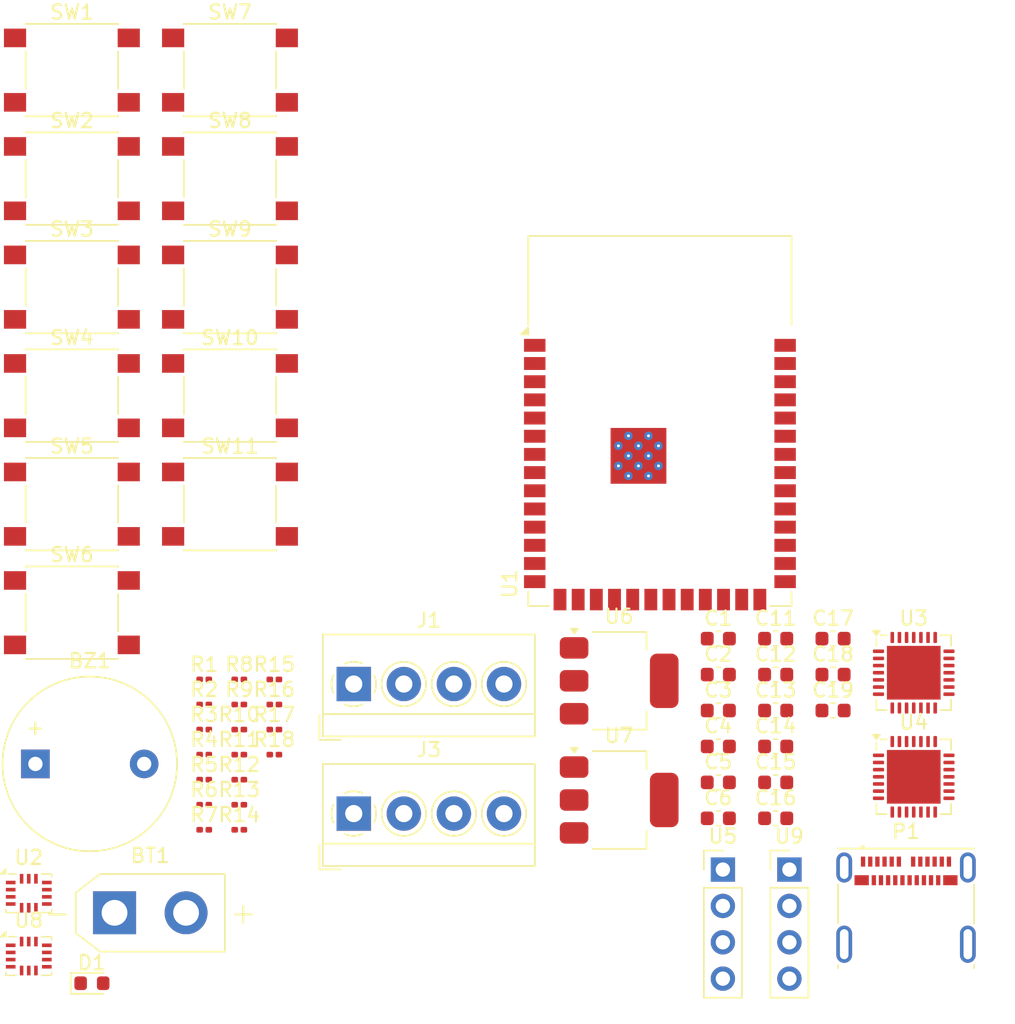
<source format=kicad_pcb>
(kicad_pcb (version 20240108) (generator "pcbnew") (generator_version "8.0")
  (layers (0 "F.Cu" signal) (31 "B.Cu" signal) (34 "B.Paste" user) (35 "F.Paste" user) (36 "B.SilkS" user "B.Silkscreen") (37 "F.SilkS" user "F.Silkscreen") (38 "B.Mask" user) (39 "F.Mask" user) (44 "Edge.Cuts" user))
  (net 0 "")
  (net 1 "Net-(BT1-+)")
  (net 2 "GND")
  (net 3 "/BUZZ")
  (net 4 "Net-(U3-VCP)")
  (net 5 "/BAT")
  (net 6 "Net-(U3-CPO)")
  (net 7 "Net-(U3-CPI)")
  (net 8 "Net-(U4-VCP)")
  (net 9 "Net-(U4-CPO)")
  (net 10 "Net-(U4-CPI)")
  (net 11 "/STEP_CURR")
  (net 12 "Net-(U1-EN)")
  (net 13 "Net-(U1-IO0)")
  (net 14 "VCC")
  (net 15 "Net-(U6-VI)")
  (net 16 "Net-(D1-A)")
  (net 17 "Net-(J1-Pin_3)")
  (net 18 "Net-(J1-Pin_4)")
  (net 19 "Net-(J1-Pin_2)")
  (net 20 "Net-(J1-Pin_1)")
  (net 21 "Net-(J3-Pin_1)")
  (net 22 "Net-(J3-Pin_4)")
  (net 23 "Net-(J3-Pin_2)")
  (net 24 "Net-(J3-Pin_3)")
  (net 25 "/D-")
  (net 27 "/D+")
  (net 29 "Net-(U1-IO47)")
  (net 30 "/STEP_L_UART")
  (net 31 "Net-(U1-TXD0)")
  (net 32 "/STEP_R_UART")
  (net 33 "Net-(U1-IO17)")
  (net 34 "/SDA")
  (net 35 "/SCL")
  (net 36 "Net-(U1-IO46)")
  (net 37 "/BTN1")
  (net 38 "/BTN2")
  (net 39 "/BTN3")
  (net 40 "/BTN4")
  (net 41 "/BTN5")
  (net 42 "/BTN6")
  (net 43 "/BTN7")
  (net 44 "/BTN8")
  (net 45 "/BTN9")
  (net 46 "/STATUS")
  (net 47 "/STEP_R_STEP")
  (net 48 "/~{STEP_EN}")
  (net 49 "/STEP_L_DIR")
  (net 50 "/SPREAD")
  (net 52 "/STEP_R_DIR")
  (net 53 "/STEP_L_DIAG")
  (net 56 "/STEP_L_STEP")
  (net 57 "/STEP_R_DIAG")
  (footprint "Package_LGA:Bosch_LGA-14_3x2.5mm_P0.5mm" (layer "F.Cu") (at -104.5478 107.7936)
    (property "Reference" "U2" (at 0 -2.5 0) (layer "F.SilkS"))
    (property "Value" "~")
    (pad "1" smd rect (at -1.2625 -0.75) (size 0.675 0.25) (layers "F.Cu" "F.Paste" "F.Mask") (net 14 "VCC"))
    (pad "2" smd rect (at -1.2625 -0.25) (size 0.675 0.25) (layers "F.Cu" "F.Paste" "F.Mask"))
    (pad "3" smd rect (at -1.2625 0.25) (size 0.675 0.25) (layers "F.Cu" "F.Paste" "F.Mask"))
    (pad "4" smd rect (at -1.2625 0.75) (size 0.675 0.25) (layers "F.Cu" "F.Paste" "F.Mask"))
    (pad "5" smd rect (at -0.5 1.0125) (size 0.25 0.675) (layers "F.Cu" "F.Paste" "F.Mask") (net 14 "VCC"))
    (pad "6" smd rect (at 0 1.0125) (size 0.25 0.675) (layers "F.Cu" "F.Paste" "F.Mask") (net 2 "GND"))
    (pad "7" smd rect (at 0.5 1.0125) (size 0.25 0.675) (layers "F.Cu" "F.Paste" "F.Mask") (net 2 "GND"))
    (pad "8" smd rect (at 1.2625 0.75) (size 0.675 0.25) (layers "F.Cu" "F.Paste" "F.Mask") (net 14 "VCC"))
    (pad "9" smd rect (at 1.2625 0.25) (size 0.675 0.25) (layers "F.Cu" "F.Paste" "F.Mask"))
    (pad "10" smd rect (at 1.2625 -0.25) (size 0.675 0.25) (layers "F.Cu" "F.Paste" "F.Mask"))
    (pad "11" smd rect (at 1.2625 -0.75) (size 0.675 0.25) (layers "F.Cu" "F.Paste" "F.Mask"))
    (pad "12" smd rect (at 0.5 -1.0125) (size 0.25 0.675) (layers "F.Cu" "F.Paste" "F.Mask") (net 14 "VCC"))
    (pad "13" smd rect (at 0 -1.0125) (size 0.25 0.675) (layers "F.Cu" "F.Paste" "F.Mask") (net 35 "/SCL"))
    (pad "14" smd rect (at -0.5 -1.0125) (size 0.25 0.675) (layers "F.Cu" "F.Paste" "F.Mask") (net 34 "/SDA"))
  )
  (footprint "Capacitor_SMD:C_0603_1608Metric" (layer "F.Cu") (at -52.3428 95.0286)
    (property "Reference" "C13" (at 0 -1.43 0) (layer "F.SilkS"))
    (property "Value" "10u")
    (pad "1" smd roundrect (at -0.775 0) (size 0.9 0.95) (layers "F.Cu" "F.Paste" "F.Mask") (net 15 "Net-(U6-VI)"))
    (pad "2" smd roundrect (at 0.775 0) (size 0.9 0.95) (layers "F.Cu" "F.Paste" "F.Mask") (net 2 "GND"))
  )
  (footprint "Resistor_SMD:R_0201_0603Metric" (layer "F.Cu") (at -89.8328 103.3586)
    (property "Reference" "R14" (at 0 -1.05 0) (layer "F.SilkS"))
    (property "Value" "1k")
    (pad "1" smd roundrect (at -0.32 0) (size 0.46 0.4) (layers "F.Cu" "F.Mask") (net 42 "/BTN6"))
    (pad "2" smd roundrect (at 0.32 0) (size 0.46 0.4) (layers "F.Cu" "F.Mask") (net 2 "GND"))
  )
  (footprint "Button_Switch_SMD:SW_Push_1P1T_NO_6x6mm_H9.5mm" (layer "F.Cu") (at -90.4828 65.4536)
    (property "Reference" "SW9" (at 0 -4.05 0) (layer "F.SilkS"))
    (property "Value" "BTN7")
    (pad "1" smd rect (at -3.975 -2.25) (size 1.55 1.3) (layers "F.Cu" "F.Paste" "F.Mask") (net 14 "VCC"))
    (pad "1" smd rect (at 3.975 -2.25) (size 1.55 1.3) (layers "F.Cu" "F.Paste" "F.Mask") (net 14 "VCC"))
    (pad "2" smd rect (at -3.975 2.25) (size 1.55 1.3) (layers "F.Cu" "F.Paste" "F.Mask") (net 43 "/BTN7"))
    (pad "2" smd rect (at 3.975 2.25) (size 1.55 1.3) (layers "F.Cu" "F.Paste" "F.Mask") (net 43 "/BTN7"))
  )
  (footprint "Resistor_SMD:R_0201_0603Metric" (layer "F.Cu") (at -92.2828 96.3586)
    (property "Reference" "R3" (at 0 -1.05 0) (layer "F.SilkS"))
    (property "Value" "1k")
    (pad "1" smd roundrect (at -0.32 0) (size 0.46 0.4) (layers "F.Cu" "F.Mask") (net 33 "Net-(U1-IO17)"))
    (pad "2" smd roundrect (at 0.32 0) (size 0.46 0.4) (layers "F.Cu" "F.Mask") (net 32 "/STEP_R_UART"))
  )
  (footprint "Capacitor_SMD:C_0603_1608Metric" (layer "F.Cu") (at -56.3528 100.0486)
    (property "Reference" "C5" (at 0 -1.43 0) (layer "F.SilkS"))
    (property "Value" "1u")
    (pad "1" smd roundrect (at -0.775 0) (size 0.9 0.95) (layers "F.Cu" "F.Paste" "F.Mask") (net 11 "/STEP_CURR"))
    (pad "2" smd roundrect (at 0.775 0) (size 0.9 0.95) (layers "F.Cu" "F.Paste" "F.Mask") (net 2 "GND"))
  )
  (footprint "Buzzer_Beeper:Buzzer_12x9.5RM7.6" (layer "F.Cu") (at -104.0828 98.7586)
    (property "Reference" "BZ1" (at 3.8 -7.2 0) (layer "F.SilkS"))
    (property "Value" "AI-1223")
    (fp_text user "+" (at -0.01 -2.54 0) (layer "F.SilkS"))
    (pad "1" thru_hole rect (at 0 0) (size 2 2) (drill 1) (layers "*.Cu" "*.Mask") (net 3 "/BUZZ"))
    (pad "2" thru_hole circle (at 7.6 0) (size 2 2) (drill 1) (layers "*.Cu" "*.Mask") (net 2 "GND"))
  )
  (footprint "Button_Switch_SMD:SW_Push_1P1T_NO_6x6mm_H9.5mm" (layer "F.Cu") (at -101.5328 57.8736)
    (property "Reference" "SW2" (at 0 -4.05 0) (layer "F.SilkS"))
    (property "Value" "BOOT")
    (pad "1" smd rect (at -3.975 -2.25) (size 1.55 1.3) (layers "F.Cu" "F.Paste" "F.Mask") (net 2 "GND"))
    (pad "1" smd rect (at 3.975 -2.25) (size 1.55 1.3) (layers "F.Cu" "F.Paste" "F.Mask") (net 2 "GND"))
    (pad "2" smd rect (at -3.975 2.25) (size 1.55 1.3) (layers "F.Cu" "F.Paste" "F.Mask") (net 13 "Net-(U1-IO0)"))
    (pad "2" smd rect (at 3.975 2.25) (size 1.55 1.3) (layers "F.Cu" "F.Paste" "F.Mask") (net 13 "Net-(U1-IO0)"))
  )
  (footprint "Button_Switch_SMD:SW_Push_1P1T_NO_6x6mm_H9.5mm" (layer "F.Cu") (at -90.4828 73.0336)
    (property "Reference" "SW10" (at 0 -4.05 0) (layer "F.SilkS"))
    (property "Value" "BTN8")
    (pad "1" smd rect (at -3.975 -2.25) (size 1.55 1.3) (layers "F.Cu" "F.Paste" "F.Mask") (net 14 "VCC"))
    (pad "1" smd rect (at 3.975 -2.25) (size 1.55 1.3) (layers "F.Cu" "F.Paste" "F.Mask") (net 14 "VCC"))
    (pad "2" smd rect (at -3.975 2.25) (size 1.55 1.3) (layers "F.Cu" "F.Paste" "F.Mask") (net 44 "/BTN8"))
    (pad "2" smd rect (at 3.975 2.25) (size 1.55 1.3) (layers "F.Cu" "F.Paste" "F.Mask") (net 44 "/BTN8"))
  )
  (footprint "Resistor_SMD:R_0201_0603Metric" (layer "F.Cu") (at -89.8328 94.6086)
    (property "Reference" "R9" (at 0 -1.05 0) (layer "F.SilkS"))
    (property "Value" "1k")
    (pad "1" smd roundrect (at -0.32 0) (size 0.46 0.4) (layers "F.Cu" "F.Mask") (net 37 "/BTN1"))
    (pad "2" smd roundrect (at 0.32 0) (size 0.46 0.4) (layers "F.Cu" "F.Mask") (net 2 "GND"))
  )
  (footprint "Resistor_SMD:R_0201_0603Metric" (layer "F.Cu") (at -89.8328 92.8586)
    (property "Reference" "R8" (at 0 -1.05 0) (layer "F.SilkS"))
    (property "Value" "1k")
    (pad "1" smd roundrect (at -0.32 0) (size 0.46 0.4) (layers "F.Cu" "F.Mask") (net 14 "VCC"))
    (pad "2" smd roundrect (at 0.32 0) (size 0.46 0.4) (layers "F.Cu" "F.Mask") (net 13 "Net-(U1-IO0)"))
  )
  (footprint "Button_Switch_SMD:SW_Push_1P1T_NO_6x6mm_H9.5mm" (layer "F.Cu") (at -90.4828 50.2936)
    (property "Reference" "SW7" (at 0 -4.05 0) (layer "F.SilkS"))
    (property "Value" "BTN5")
    (pad "1" smd rect (at -3.975 -2.25) (size 1.55 1.3) (layers "F.Cu" "F.Paste" "F.Mask") (net 14 "VCC"))
    (pad "1" smd rect (at 3.975 -2.25) (size 1.55 1.3) (layers "F.Cu" "F.Paste" "F.Mask") (net 14 "VCC"))
    (pad "2" smd rect (at -3.975 2.25) (size 1.55 1.3) (layers "F.Cu" "F.Paste" "F.Mask") (net 41 "/BTN5"))
    (pad "2" smd rect (at 3.975 2.25) (size 1.55 1.3) (layers "F.Cu" "F.Paste" "F.Mask") (net 41 "/BTN5"))
  )
  (footprint "Resistor_SMD:R_0201_0603Metric" (layer "F.Cu") (at -89.8328 98.1086)
    (property "Reference" "R11" (at 0 -1.05 0) (layer "F.SilkS"))
    (property "Value" "1k")
    (pad "1" smd roundrect (at -0.32 0) (size 0.46 0.4) (layers "F.Cu" "F.Mask") (net 39 "/BTN3"))
    (pad "2" smd roundrect (at 0.32 0) (size 0.46 0.4) (layers "F.Cu" "F.Mask") (net 2 "GND"))
  )
  (footprint "Capacitor_SMD:C_0603_1608Metric" (layer "F.Cu") (at -56.3528 95.0286)
    (property "Reference" "C3" (at 0 -1.43 0) (layer "F.SilkS"))
    (property "Value" "100n")
    (pad "1" smd roundrect (at -0.775 0) (size 0.9 0.95) (layers "F.Cu" "F.Paste" "F.Mask") (net 5 "/BAT"))
    (pad "2" smd roundrect (at 0.775 0) (size 0.9 0.95) (layers "F.Cu" "F.Paste" "F.Mask") (net 8 "Net-(U4-VCP)"))
  )
  (footprint "Resistor_SMD:R_0201_0603Metric" (layer "F.Cu") (at -92.2828 101.6086)
    (property "Reference" "R6" (at 0 -1.05 0) (layer "F.SilkS"))
    (property "Value" "1k")
    (pad "1" smd roundrect (at -0.32 0) (size 0.46 0.4) (layers "F.Cu" "F.Mask") (net 12 "Net-(U1-EN)"))
    (pad "2" smd roundrect (at 0.32 0) (size 0.46 0.4) (layers "F.Cu" "F.Mask") (net 14 "VCC"))
  )
  (footprint "Resistor_SMD:R_0201_0603Metric" (layer "F.Cu") (at -87.3828 94.6086)
    (property "Reference" "R16" (at 0 -1.05 0) (layer "F.SilkS"))
    (property "Value" "1k")
    (pad "1" smd roundrect (at -0.32 0) (size 0.46 0.4) (layers "F.Cu" "F.Mask") (net 44 "/BTN8"))
    (pad "2" smd roundrect (at 0.32 0) (size 0.46 0.4) (layers "F.Cu" "F.Mask") (net 2 "GND"))
  )
  (footprint "Capacitor_SMD:C_0603_1608Metric" (layer "F.Cu") (at -56.3528 90.0086)
    (property "Reference" "C1" (at 0 -1.43 0) (layer "F.SilkS"))
    (property "Value" "100n")
    (pad "1" smd roundrect (at -0.775 0) (size 0.9 0.95) (layers "F.Cu" "F.Paste" "F.Mask") (net 5 "/BAT"))
    (pad "2" smd roundrect (at 0.775 0) (size 0.9 0.95) (layers "F.Cu" "F.Paste" "F.Mask") (net 4 "Net-(U3-VCP)"))
  )
  (footprint "Resistor_SMD:R_0201_0603Metric" (layer "F.Cu") (at -89.8328 96.3586)
    (property "Reference" "R10" (at 0 -1.05 0) (layer "F.SilkS"))
    (property "Value" "1k")
    (pad "1" smd roundrect (at -0.32 0) (size 0.46 0.4) (layers "F.Cu" "F.Mask") (net 38 "/BTN2"))
    (pad "2" smd roundrect (at 0.32 0) (size 0.46 0.4) (layers "F.Cu" "F.Mask") (net 2 "GND"))
  )
  (footprint "Package_TO_SOT_SMD:SOT-223-3_TabPin2" (layer "F.Cu") (at -63.2828 101.2786)
    (property "Reference" "U7" (at 0 -4.5 0) (layer "F.SilkS"))
    (property "Value" "NCP1117-3.3_SOT223")
    (pad "1" smd roundrect (at -3.15 -2.3) (size 2 1.5) (layers "F.Cu" "F.Paste" "F.Mask") (net 2 "GND"))
    (pad "2" smd roundrect (at -3.15 0) (size 2 1.5) (layers "F.Cu" "F.Paste" "F.Mask") (net 14 "VCC"))
    (pad "2" smd roundrect (at 3.15 0) (size 2 3.8) (layers "F.Cu" "F.Paste" "F.Mask") (net 14 "VCC"))
    (pad "3" smd roundrect (at -3.15 2.3) (size 2 1.5) (layers "F.Cu" "F.Paste" "F.Mask") (net 1 "Net-(BT1-+)"))
  )
  (footprint "TerminalBlock_4Ucon:TerminalBlock_4Ucon_1x04_P3.50mm_Horizontal" (layer "F.Cu") (at -81.8328 93.1786)
    (property "Reference" "J1" (at 5.25 -4.46 0) (layer "F.SilkS"))
    (property "Value" "MOT_R")
    (pad "1" thru_hole rect (at 0 0) (size 2.4 2.4) (drill 1.2) (layers "*.Cu" "*.Mask") (net 20 "Net-(J1-Pin_1)"))
    (pad "2" thru_hole circle (at 3.5 0) (size 2.4 2.4) (drill 1.2) (layers "*.Cu" "*.Mask") (net 19 "Net-(J1-Pin_2)"))
    (pad "3" thru_hole circle (at 7 0) (size 2.4 2.4) (drill 1.2) (layers "*.Cu" "*.Mask") (net 17 "Net-(J1-Pin_3)"))
    (pad "4" thru_hole circle (at 10.5 0) (size 2.4 2.4) (drill 1.2) (layers "*.Cu" "*.Mask") (net 18 "Net-(J1-Pin_4)"))
  )
  (footprint "Resistor_SMD:R_0201_0603Metric" (layer "F.Cu") (at -89.8328 101.6086)
    (property "Reference" "R13" (at 0 -1.05 0) (layer "F.SilkS"))
    (property "Value" "1k")
    (pad "1" smd roundrect (at -0.32 0) (size 0.46 0.4) (layers "F.Cu" "F.Mask") (net 41 "/BTN5"))
    (pad "2" smd roundrect (at 0.32 0) (size 0.46 0.4) (layers "F.Cu" "F.Mask") (net 2 "GND"))
  )
  (footprint "Capacitor_SMD:C_0603_1608Metric" (layer "F.Cu") (at -52.3428 97.5386)
    (property "Reference" "C14" (at 0 -1.43 0) (layer "F.SilkS"))
    (property "Value" "10u")
    (pad "1" smd roundrect (at -0.775 0) (size 0.9 0.95) (layers "F.Cu" "F.Paste" "F.Mask") (net 1 "Net-(BT1-+)"))
    (pad "2" smd roundrect (at 0.775 0) (size 0.9 0.95) (layers "F.Cu" "F.Paste" "F.Mask") (net 2 "GND"))
  )
  (footprint "Button_Switch_SMD:SW_Push_1P1T_NO_6x6mm_H9.5mm" (layer "F.Cu") (at -90.4828 57.8736)
    (property "Reference" "SW8" (at 0 -4.05 0) (layer "F.SilkS"))
    (property "Value" "BTN6")
    (pad "1" smd rect (at -3.975 -2.25) (size 1.55 1.3) (layers "F.Cu" "F.Paste" "F.Mask") (net 14 "VCC"))
    (pad "1" smd rect (at 3.975 -2.25) (size 1.55 1.3) (layers "F.Cu" "F.Paste" "F.Mask") (net 14 "VCC"))
    (pad "2" smd rect (at -3.975 2.25) (size 1.55 1.3) (layers "F.Cu" "F.Paste" "F.Mask") (net 42 "/BTN6"))
    (pad "2" smd rect (at 3.975 2.25) (size 1.55 1.3) (layers "F.Cu" "F.Paste" "F.Mask") (net 42 "/BTN6"))
  )
  (footprint "Button_Switch_SMD:SW_Push_1P1T_NO_6x6mm_H9.5mm" (layer "F.Cu") (at -101.5328 88.1936)
    (property "Reference" "SW6" (at 0 -4.05 0) (layer "F.SilkS"))
    (property "Value" "BTN4")
    (pad "1" smd rect (at -3.975 -2.25) (size 1.55 1.3) (layers "F.Cu" "F.Paste" "F.Mask") (net 14 "VCC"))
    (pad "1" smd rect (at 3.975 -2.25) (size 1.55 1.3) (layers "F.Cu" "F.Paste" "F.Mask") (net 14 "VCC"))
    (pad "2" smd rect (at -3.975 2.25) (size 1.55 1.3) (layers "F.Cu" "F.Paste" "F.Mask") (net 40 "/BTN4"))
    (pad "2" smd rect (at 3.975 2.25) (size 1.55 1.3) (layers "F.Cu" "F.Paste" "F.Mask") (net 40 "/BTN4"))
  )
  (footprint "Button_Switch_SMD:SW_Push_1P1T_NO_6x6mm_H9.5mm" (layer "F.Cu") (at -90.4828 80.6136)
    (property "Reference" "SW11" (at 0 -4.05 0) (layer "F.SilkS"))
    (property "Value" "BTN9")
    (pad "1" smd rect (at -3.975 -2.25) (size 1.55 1.3) (layers "F.Cu" "F.Paste" "F.Mask") (net 14 "VCC"))
    (pad "1" smd rect (at 3.975 -2.25) (size 1.55 1.3) (layers "F.Cu" "F.Paste" "F.Mask") (net 14 "VCC"))
    (pad "2" smd rect (at -3.975 2.25) (size 1.55 1.3) (layers "F.Cu" "F.Paste" "F.Mask") (net 45 "/BTN9"))
    (pad "2" smd rect (at 3.975 2.25) (size 1.55 1.3) (layers "F.Cu" "F.Paste" "F.Mask") (net 45 "/BTN9"))
  )
  (footprint "Package_DFN_QFN:QFN-28-1EP_5x5mm_P0.5mm_EP3.75x3.75mm" (layer "F.Cu") (at -42.6928 99.6586)
    (property "Reference" "U4" (at 0 -3.81 0) (layer "F.SilkS"))
    (property "Value" "~")
    (pad "1" smd roundrect (at -2.4625 -1.5) (size 0.775 0.25) (layers "F.Cu" "F.Paste" "F.Mask") (net 18 "Net-(J1-Pin_4)"))
    (pad "2" smd roundrect (at -2.4625 -1) (size 0.775 0.25) (layers "F.Cu" "F.Paste" "F.Mask") (net 48 "/~{STEP_EN}"))
    (pad "3" smd roundrect (at -2.4625 -0.5) (size 0.775 0.25) (layers "F.Cu" "F.Paste" "F.Mask") (net 2 "GND"))
    (pad "4" smd roundrect (at -2.4625 0) (size 0.775 0.25) (layers "F.Cu" "F.Paste" "F.Mask") (net 9 "Net-(U4-CPO)"))
    (pad "5" smd roundrect (at -2.4625 0.5) (size 0.775 0.25) (layers "F.Cu" "F.Paste" "F.Mask") (net 10 "Net-(U4-CPI)"))
    (pad "6" smd roundrect (at -2.4625 1) (size 0.775 0.25) (layers "F.Cu" "F.Paste" "F.Mask") (net 8 "Net-(U4-VCP)"))
    (pad "7" smd roundrect (at -2.4625 1.5) (size 0.775 0.25) (layers "F.Cu" "F.Paste" "F.Mask") (net 50 "/SPREAD"))
    (pad "8" smd roundrect (at -1.5 2.4625) (size 0.25 0.775) (layers "F.Cu" "F.Paste" "F.Mask"))
    (pad "9" smd roundrect (at -1 2.4625) (size 0.25 0.775) (layers "F.Cu" "F.Paste" "F.Mask") (net 2 "GND"))
    (pad "10" smd roundrect (at -0.5 2.4625) (size 0.25 0.775) (layers "F.Cu" "F.Paste" "F.Mask") (net 14 "VCC"))
    (pad "11" smd roundrect (at 0 2.4625) (size 0.25 0.775) (layers "F.Cu" "F.Paste" "F.Mask") (net 57 "/STEP_R_DIAG"))
    (pad "12" smd roundrect (at 0.5 2.4625) (size 0.25 0.775) (layers "F.Cu" "F.Paste" "F.Mask"))
    (pad "13" smd roundrect (at 1 2.4625) (size 0.25 0.775) (layers "F.Cu" "F.Paste" "F.Mask") (net 2 "GND"))
    (pad "14" smd roundrect (at 1.5 2.4625) (size 0.25 0.775) (layers "F.Cu" "F.Paste" "F.Mask") (net 32 "/STEP_R_UART"))
    (pad "15" smd roundrect (at 2.4625 1.5) (size 0.775 0.25) (layers "F.Cu" "F.Paste" "F.Mask") (net 14 "VCC"))
    (pad "16" smd roundrect (at 2.4625 1) (size 0.775 0.25) (layers "F.Cu" "F.Paste" "F.Mask") (net 47 "/STEP_R_STEP"))
    (pad "17" smd roundrect (at 2.4625 0.5) (size 0.775 0.25) (layers "F.Cu" "F.Paste" "F.Mask") (net 11 "/STEP_CURR"))
    (pad "18" smd roundrect (at 2.4625 0) (size 0.775 0.25) (layers "F.Cu" "F.Paste" "F.Mask") (net 2 "GND"))
    (pad "19" smd roundrect (at 2.4625 -0.5) (size 0.775 0.25) (layers "F.Cu" "F.Paste" "F.Mask") (net 52 "/STEP_R_DIR"))
    (pad "20" smd roundrect (at 2.4625 -1) (size 0.775 0.25) (layers "F.Cu" "F.Paste" "F.Mask"))
    (pad "21" smd roundrect (at 2.4625 -1.5) (size 0.775 0.25) (layers "F.Cu" "F.Paste" "F.Mask") (net 19 "Net-(J1-Pin_2)"))
    (pad "22" smd roundrect (at 1.5 -2.4625) (size 0.25 0.775) (layers "F.Cu" "F.Paste" "F.Mask") (net 5 "/BAT"))
    (pad "23" smd roundrect (at 1 -2.4625) (size 0.25 0.775) (layers "F.Cu" "F.Paste" "F.Mask") (net 2 "GND"))
    (pad "24" smd roundrect (at 0.5 -2.4625) (size 0.25 0.775) (layers "F.Cu" "F.Paste" "F.Mask") (net 20 "Net-(J1-Pin_1)"))
    (pad "25" smd roundrect (at 0 -2.4625) (size 0.25 0.775) (layers "F.Cu" "F.Paste" "F.Mask"))
    (pad "26" smd roundrect (at -0.5 -2.4625) (size 0.25 0.775) (layers "F.Cu" "F.Paste" "F.Mask") (net 17 "Net-(J1-Pin_3)"))
    (pad "27" smd roundrect (at -1 -2.4625) (size 0.25 0.775) (layers "F.Cu" "F.Paste" "F.Mask") (net 2 "GND"))
    (pad "28" smd roundrect (at -1.5 -2.4625) (size 0.25 0.775) (layers "F.Cu" "F.Paste" "F.Mask") (net 5 "/BAT"))
    (pad "29" smd rect (at 0 0) (size 3.75 3.75) (property pad_prop_heatsink) (layers "F.Cu" "F.Mask"))
  )
  (footprint "Connector_PinHeader_2.54mm:PinHeader_1x04_P2.54mm_Vertical" (layer "F.Cu") (at -56.0328 106.1386)
    (property "Reference" "U5" (at 0 -2.33 0) (layer "F.SilkS"))
    (property "Value" "~")
    (pad "1" thru_hole rect (at 0 0) (size 1.7 1.7) (drill 1) (layers "*.Cu" "*.Mask") (net 2 "GND"))
    (pad "2" thru_hole oval (at 0 2.54) (size 1.7 1.7) (drill 1) (layers "*.Cu" "*.Mask") (net 14 "VCC"))
    (pad "3" thru_hole oval (at 0 5.08) (size 1.7 1.7) (drill 1) (layers "*.Cu" "*.Mask") (net 35 "/SCL"))
    (pad "4" thru_hole oval (at 0 7.62) (size 1.7 1.7) (drill 1) (layers "*.Cu" "*.Mask") (net 34 "/SDA"))
  )
  (footprint "Capacitor_SMD:C_0603_1608Metric" (layer "F.Cu") (at -56.3528 102.5586)
    (property "Reference" "C6" (at 0 -1.43 0) (layer "F.SilkS"))
    (property "Value" "100n")
    (pad "1" smd roundrect (at -0.775 0) (size 0.9 0.95) (layers "F.Cu" "F.Paste" "F.Mask") (net 2 "GND"))
    (pad "2" smd roundrect (at 0.775 0) (size 0.9 0.95) (layers "F.Cu" "F.Paste" "F.Mask") (net 12 "Net-(U1-EN)"))
  )
  (footprint "Resistor_SMD:R_0201_0603Metric" (layer "F.Cu") (at -92.2828 103.3586)
    (property "Reference" "R7" (at 0 -1.05 0) (layer "F.SilkS"))
    (property "Value" "1k")
    (pad "1" smd roundrect (at -0.32 0) (size 0.46 0.4) (layers "F.Cu" "F.Mask") (net 36 "Net-(U1-IO46)"))
    (pad "2" smd roundrect (at 0.32 0) (size 0.46 0.4) (layers "F.Cu" "F.Mask") (net 2 "GND"))
  )
  (footprint "Connector_USB:USB_C_Receptacle_Molex_105450-0101" (layer "F.Cu") (at -43.2328 108.7986)
    (property "Reference" "P1" (at 0 -5.315 0) (layer "F.SilkS"))
    (property "Value" "USB_C_Plug_USB2.0")
    (pad "A1" smd rect (at -3 -3.215) (size 0.3 0.7) (layers "F.Cu" "F.Paste" "F.Mask") (net 2 "GND"))
    (pad "A2" smd rect (at -2.5 -3.215) (size 0.3 0.7) (layers "F.Cu" "F.Paste" "F.Mask"))
    (pad "A3" smd rect (at -2 -3.215) (size 0.3 0.7) (layers "F.Cu" "F.Paste" "F.Mask"))
    (pad "A4" smd rect (at -1.5 -3.215) (size 0.3 0.7) (layers "F.Cu" "F.Paste" "F.Mask") (net 15 "Net-(U6-VI)"))
    (pad "A5" smd rect (at -1 -3.215) (size 0.3 0.7) (layers "F.Cu" "F.Paste" "F.Mask"))
    (pad "A6" smd rect (at -0.5 -3.215) (size 0.3 0.7) (layers "F.Cu" "F.Paste" "F.Mask") (net 27 "/D+"))
    (pad "A7" smd rect (at 0.5 -3.215) (size 0.3 0.7) (layers "F.Cu" "F.Paste" "F.Mask") (net 25 "/D-"))
    (pad "A8" smd rect (at 1 -3.215) (size 0.3 0.7) (layers "F.Cu" "F.Paste" "F.Mask"))
    (pad "A9" smd rect (at 1.5 -3.215) (size 0.3 0.7) (layers "F.Cu" "F.Paste" "F.Mask") (net 15 "Net-(U6-VI)"))
    (pad "A10" smd rect (at 2 -3.215) (size 0.3 0.7) (layers "F.Cu" "F.Paste" "F.Mask"))
    (pad "A11" smd rect (at 2.5 -3.215) (size 0.3 0.7) (layers "F.Cu" "F.Paste" "F.Mask"))
    (pad "A12" smd rect (at 3 -3.215) (size 0.3 0.7) (layers "F.Cu" "F.Paste" "F.Mask") (net 2 "GND"))
    (pad "B1" smd rect (at 3.1 -1.915) (size 1 0.7) (layers "F.Cu" "F.Paste" "F.Mask") (net 2 "GND"))
    (pad "B2" smd rect (at 2.25 -1.915) (size 0.3 0.7) (layers "F.Cu" "F.Paste" "F.Mask"))
    (pad "B3" smd rect (at 1.75 -1.915) (size 0.3 0.7) (layers "F.Cu" "F.Paste" "F.Mask"))
    (pad "B4" smd rect (at 1.25 -1.915) (size 0.3 0.7) (layers "F.Cu" "F.Paste" "F.Mask") (net 15 "Net-(U6-VI)"))
    (pad "B5" smd rect (at 0.75 -1.915) (size 0.3 0.7) (layers "F.Cu" "F.Paste" "F.Mask"))
    (pad "B6" smd rect (at 0.25 -1.915) (size 0.3 0.7) (layers "F.Cu" "F.Paste" "F.Mask"))
    (pad "B7" smd rect (at -0.25 -1.915) (size 0.3 0.7) (layers "F.Cu" "F.Paste" "F.Mask"))
    (pad "B8" smd rect (at -0.75 -1.915) (size 0.3 0.7) (layers "F.Cu" "F.Paste" "F.Mask"))
    (pad "B9" smd rect (at -1.25 -1.915) (size 0.3 0.7) (layers "F.Cu" "F.Paste" "F.Mask") (net 15 "Net-(U6-VI)"))
    (pad "B10" smd rect (at -1.75 -1.915) (size 0.3 0.7) (layers "F.Cu" "F.Paste" "F.Mask"))
    (pad "B11" smd rect (at -2.25 -1.915) (size 0.3 0.7) (layers "F.Cu" "F.Paste" "F.Mask"))
    (pad "B12" smd rect (at -3.1 -1.915) (size 1 0.7) (layers "F.Cu" "F.Paste" "F.Mask") (net 2 "GND"))
    (pad "S1" thru_hole oval (at -4.32 -2.805) (size 1.1 2.1) (drill oval 0.6 1.6) (layers "*.Cu" "*.Mask") (net 2 "GND"))
    (pad "S1" thru_hole oval (at -4.32 2.555) (size 1.1 2.6) (drill oval 0.6 2.1) (layers "*.Cu" "*.Mask") (net 2 "GND"))
    (pad "S1" thru_hole oval (at 4.32 -2.805) (size 1.1 2.1) (drill oval 0.6 1.6) (layers "*.Cu" "*.Mask") (net 2 "GND"))
    (pad "S1" thru_hole oval (at 4.32 2.555) (size 1.1 2.6) (drill oval 0.6 2.1) (layers "*.Cu" "*.Mask") (net 2 "GND"))
  )
  (footprint "Resistor_SMD:R_0201_0603Metric" (layer "F.Cu") (at -92.2828 98.1086)
    (property "Reference" "R4" (at 0 -1.05 0) (layer "F.SilkS"))
    (property "Value" "4.7k")
    (pad "1" smd roundrect (at -0.32 0) (size 0.46 0.4) (layers "F.Cu" "F.Mask") (net 34 "/SDA"))
    (pad "2" smd roundrect (at 0.32 0) (size 0.46 0.4) (layers "F.Cu" "F.Mask") (net 14 "VCC"))
  )
  (footprint "Capacitor_SMD:C_0603_1608Metric" (layer "F.Cu") (at -48.3328 92.5186)
    (property "Reference" "C18" (at 0 -1.43 0) (layer "F.SilkS"))
    (property "Value" "100n")
    (pad "1" smd roundrect (at -0.775 0) (size 0.9 0.95) (layers "F.Cu" "F.Paste" "F.Mask") (net 2 "GND"))
    (pad "2" smd roundrect (at 0.775 0) (size 0.9 0.95) (layers "F.Cu" "F.Paste" "F.Mask") (net 14 "VCC"))
  )
  (footprint "Resistor_SMD:R_0201_0603Metric" (layer "F.Cu") (at -87.3828 98.1086)
    (property "Reference" "R18" (at 0 -1.05 0) (layer "F.SilkS"))
    (property "Value" "1k")
    (pad "1" smd roundrect (at -0.32 0) (size 0.46 0.4) (layers "F.Cu" "F.Mask") (net 46 "/STATUS"))
    (pad "2" smd roundrect (at 0.32 0) (size 0.46 0.4) (layers "F.Cu" "F.Mask") (net 16 "Net-(D1-A)"))
  )
  (footprint "Capacitor_SMD:C_0603_1608Metric" (layer "F.Cu") (at -52.3428 90.0086)
    (property "Reference" "C11" (at 0 -1.43 0) (layer "F.SilkS"))
    (property "Value" "100n")
    (pad "1" smd roundrect (at -0.775 0) (size 0.9 0.95) (layers "F.Cu" "F.Paste" "F.Mask") (net 2 "GND"))
    (pad "2" smd roundrect (at 0.775 0) (size 0.9 0.95) (layers "F.Cu" "F.Paste" "F.Mask") (net 13 "Net-(U1-IO0)"))
  )
  (footprint "Resistor_SMD:R_0201_0603Metric" (layer "F.Cu") (at -92.2828 94.6086)
    (property "Reference" "R2" (at 0 -1.05 0) (layer "F.SilkS"))
    (property "Value" "1k")
    (pad "1" smd roundrect (at -0.32 0) (size 0.46 0.4) (layers "F.Cu" "F.Mask") (net 31 "Net-(U1-TXD0)"))
    (pad "2" smd roundrect (at 0.32 0) (size 0.46 0.4) (layers "F.Cu" "F.Mask") (net 30 "/STEP_L_UART"))
  )
  (footprint "Connector_AMASS:AMASS_XT30UPB-F_1x02_P5.0mm_Vertical" (layer "F.Cu") (at -98.5528 109.1586)
    (property "Reference" "BT1" (at 2.5 -4 0) (layer "F.SilkS"))
    (property "Value" "Battery")
    (fp_text user "-" (at -4 0 0) (layer "F.SilkS") (effects (font (size 1.5 1.5))))
    (fp_text user "+" (at 9 0 0) (layer "F.SilkS") (effects (font (size 1.5 1.5))))
    (pad "1" thru_hole rect (at 0 0) (size 3 3) (drill 1.8) (layers "*.Cu" "*.Mask") (net 1 "Net-(BT1-+)"))
    (pad "2" thru_hole circle (at 5 0) (size 3 3) (drill 1.8) (layers "*.Cu" "*.Mask") (net 2 "GND"))
  )
  (footprint "LED_SMD:LED_0603_1608Metric" (layer "F.Cu") (at -100.1328 114.0786)
    (property "Reference" "D1" (at 0 -1.43 0) (layer "F.SilkS"))
    (property "Value" "STATUS_LED")
    (pad "1" smd roundrect (at -0.7875 0) (size 0.875 0.95) (layers "F.Cu" "F.Paste" "F.Mask") (net 2 "GND"))
    (pad "2" smd roundrect (at 0.7875 0) (size 0.875 0.95) (layers "F.Cu" "F.Paste" "F.Mask") (net 16 "Net-(D1-A)"))
  )
  (footprint "Package_LGA:Bosch_LGA-14_3x2.5mm_P0.5mm" (layer "F.Cu") (at -104.5478 112.1786)
    (property "Reference" "U8" (at 0 -2.5 0) (layer "F.SilkS"))
    (property "Value" "~")
    (pad "1" smd rect (at -1.2625 -0.75) (size 0.675 0.25) (layers "F.Cu" "F.Paste" "F.Mask") (net 2 "GND"))
    (pad "2" smd rect (at -1.2625 -0.25) (size 0.675 0.25) (layers "F.Cu" "F.Paste" "F.Mask"))
    (pad "3" smd rect (at -1.2625 0.25) (size 0.675 0.25) (layers "F.Cu" "F.Paste" "F.Mask"))
    (pad "4" smd rect (at -1.2625 0.75) (size 0.675 0.25) (layers "F.Cu" "F.Paste" "F.Mask"))
    (pad "5" smd rect (at -0.5 1.0125) (size 0.25 0.675) (layers "F.Cu" "F.Paste" "F.Mask") (net 14 "VCC"))
    (pad "6" smd rect (at 0 1.0125) (size 0.25 0.675) (layers "F.Cu" "F.Paste" "F.Mask") (net 2 "GND"))
    (pad "7" smd rect (at 0.5 1.0125) (size 0.25 0.675) (layers "F.Cu" "F.Paste" "F.Mask") (net 2 "GND"))
    (pad "8" smd rect (at 1.2625 0.75) (size 0.675 0.25) (layers "F.Cu" "F.Paste" "F.Mask") (net 14 "VCC"))
    (pad "9" smd rect (at 1.2625 0.25) (size 0.675 0.25) (layers "F.Cu" "F.Paste" "F.Mask"))
    (pad "10" smd rect (at 1.2625 -0.25) (size 0.675 0.25) (layers "F.Cu" "F.Paste" "F.Mask"))
    (pad "11" smd rect (at 1.2625 -0.75) (size 0.675 0.25) (layers "F.Cu" "F.Paste" "F.Mask"))
    (pad "12" smd rect (at 0.5 -1.0125) (size 0.25 0.675) (layers "F.Cu" "F.Paste" "F.Mask") (net 14 "VCC"))
    (pad "13" smd rect (at 0 -1.0125) (size 0.25 0.675) (layers "F.Cu" "F.Paste" "F.Mask") (net 35 "/SCL"))
    (pad "14" smd rect (at -0.5 -1.0125) (size 0.25 0.675) (layers "F.Cu" "F.Paste" "F.Mask") (net 34 "/SDA"))
  )
  (footprint "Package_DFN_QFN:QFN-28-1EP_5x5mm_P0.5mm_EP3.75x3.75mm" (layer "F.Cu") (at -42.6928 92.3886)
    (property "Reference" "U3" (at 0 -3.81 0) (layer "F.SilkS"))
    (property "Value" "~")
    (pad "1" smd roundrect (at -2.4625 -1.5) (size 0.775 0.25) (layers "F.Cu" "F.Paste" "F.Mask") (net 22 "Net-(J3-Pin_4)"))
    (pad "2" smd roundrect (at -2.4625 -1) (size 0.775 0.25) (layers "F.Cu" "F.Paste" "F.Mask") (net 48 "/~{STEP_EN}"))
    (pad "3" smd roundrect (at -2.4625 -0.5) (size 0.775 0.25) (layers "F.Cu" "F.Paste" "F.Mask") (net 2 "GND"))
    (pad "4" smd roundrect (at -2.4625 0) (size 0.775 0.25) (layers "F.Cu" "F.Paste" "F.Mask") (net 6 "Net-(U3-CPO)"))
    (pad "5" smd roundrect (at -2.4625 0.5) (size 0.775 0.25) (layers "F.Cu" "F.Paste" "F.Mask") (net 7 "Net-(U3-CPI)"))
    (pad "6" smd roundrect (at -2.4625 1) (size 0.775 0.25) (layers "F.Cu" "F.Paste" "F.Mask") (net 4 "Net-(U3-VCP)"))
    (pad "7" smd roundrect (at -2.4625 1.5) (size 0.775 0.25) (layers "F.Cu" "F.Paste" "F.Mask") (net 50 "/SPREAD"))
    (pad "8" smd roundrect (at -1.5 2.4625) (size 0.25 0.775) (layers "F.Cu" "F.Paste" "F.Mask"))
    (pad "9" smd roundrect (at -1 2.4625) (size 0.25 0.775) (layers "F.Cu" "F.Paste" "F.Mask") (net 2 "GND"))
    (pad "10" smd roundrect (at -0.5 2.4625) (size 0.25 0.775) (layers "F.Cu" "F.Paste" "F.Mask") (net 14 "VCC"))
    (pad "11" smd roundrect (at 0 2.4625) (size 0.25 0.775) (layers "F.Cu" "F.Paste" "F.Mask") (net 53 "/STEP_L_DIAG"))
    (pad "12" smd roundrect (at 0.5 2.4625) (size 0.25 0.775) (layers "F.Cu" "F.Paste" "F.Mask"))
    (pad "13" smd roundrect (at 1 2.4625) (size 0.25 0.775) (layers "F.Cu" "F.Paste" "F.Mask") (net 2 "GND"))
    (pad "14" smd roundrect (at 1.5 2.4625) (size 0.25 0.775) (layers "F.Cu" "F.Paste" "F.Mask") (net 30 "/STEP_L_UART"))
    (pad "15" smd roundrect (at 2.4625 1.5) (size 0.775 0.25) (layers "F.Cu" "F.Paste" "F.Mask") (net 14 "VCC"))
    (pad "16" smd roundrect (at 2.4625 1) (size 0.775 0.25) (layers "F.Cu" "F.Paste" "F.Mask") (net 56 "/STEP_L_STEP"))
    (pad "17" smd roundrect (at 2.4625 0.5) (size 0.775 0.25) (layers "F.Cu" "F.Paste" "F.Mask") (net 11 "/STEP_CURR"))
    (pad "18" smd roundrect (at 2.4625 0) (size 0.775 0.25) (layers "F.Cu" "F.Paste" "F.Mask") (net 2 "GND"))
    (pad "19" smd roundrect (at 2.4625 -0.5) (size 0.775 0.25) (layers "F.Cu" "F.Paste" "F.Mask") (net 49 "/STEP_L_DIR"))
    (pad "20" smd roundrect (at 2.4625 -1) (size 0.775 0.25) (layers "F.Cu" "F.Paste" "F.Mask"))
    (pad "21" smd roundrect (at 2.4625 -1.5) (size 0.775 0.25) (layers "F.Cu" "F.Paste" "F.Mask") (net 23 "Net-(J3-Pin_2)"))
    (pad "22" smd roundrect (at 1.5 -2.4625) (size 0.25 0.775) (layers "F.Cu" "F.Paste" "F.Mask") (net 5 "/BAT"))
    (pad "23" smd roundrect (at 1 -2.4625) (size 0.25 0.775) (layers "F.Cu" "F.Paste" "F.Mask") (net 2 "GND"))
    (pad "24" smd roundrect (at 0.5 -2.4625) (size 0.25 0.775) (layers "F.Cu" "F.Paste" "F.Mask") (net 21 "Net-(J3-Pin_1)"))
    (pad "25" smd roundrect (at 0 -2.4625) (size 0.25 0.775) (layers "F.Cu" "F.Paste" "F.Mask"))
    (pad "26" smd roundrect (at -0.5 -2.4625) (size 0.25 0.775) (layers "F.Cu" "F.Paste" "F.Mask") (net 24 "Net-(J3-Pin_3)"))
    (pad "27" smd roundrect (at -1 -2.4625) (size 0.25 0.775) (layers "F.Cu" "F.Paste" "F.Mask") (net 2 "GND"))
    (pad "28" smd roundrect (at -1.5 -2.4625) (size 0.25 0.775) (layers "F.Cu" "F.Paste" "F.Mask") (net 5 "/BAT"))
    (pad "29" smd rect (at 0 0) (size 3.75 3.75) (property pad_prop_heatsink) (layers "F.Cu" "F.Mask"))
  )
  (footprint "Resistor_SMD:R_0201_0603Metric" (layer "F.Cu") (at -87.3828 96.3586)
    (property "Reference" "R17" (at 0 -1.05 0) (layer "F.SilkS"))
    (property "Value" "1k")
    (pad "1" smd roundrect (at -0.32 0) (size 0.46 0.4) (layers "F.Cu" "F.Mask") (net 45 "/BTN9"))
    (pad "2" smd roundrect (at 0.32 0) (size 0.46 0.4) (layers "F.Cu" "F.Mask") (net 2 "GND"))
  )
  (footprint "Capacitor_SMD:C_0603_1608Metric" (layer "F.Cu") (at -52.3428 102.5586)
    (property "Reference" "C16" (at 0 -1.43 0) (layer "F.SilkS"))
    (property "Value" "100n")
    (pad "1" smd roundrect (at -0.775 0) (size 0.9 0.95) (layers "F.Cu" "F.Paste" "F.Mask") (net 2 "GND"))
    (pad "2" smd roundrect (at 0.775 0) (size 0.9 0.95) (layers "F.Cu" "F.Paste" "F.Mask") (net 14 "VCC"))
  )
  (footprint "Resistor_SMD:R_0201_0603Metric" (layer "F.Cu") (at -92.2828 92.8586)
    (property "Reference" "R1" (at 0 -1.05 0) (layer "F.SilkS"))
    (property "Value" "22k")
    (pad "1" smd roundrect (at -0.32 0) (size 0.46 0.4) (layers "F.Cu" "F.Mask") (net 29 "Net-(U1-IO47)"))
    (pad "2" smd roundrect (at 0.32 0) (size 0.46 0.4) (layers "F.Cu" "F.Mask") (net 11 "/STEP_CURR"))
  )
  (footprint "Capacitor_SMD:C_0603_1608Metric" (layer "F.Cu") (at -48.3328 90.0086)
    (property "Reference" "C17" (at 0 -1.43 0) (layer "F.SilkS"))
    (property "Value" "100n")
    (pad "1" smd roundrect (at -0.775 0) (size 0.9 0.95) (layers "F.Cu" "F.Paste" "F.Mask") (net 2 "GND"))
    (pad "2" smd roundrect (at 0.775 0) (size 0.9 0.95) (layers "F.Cu" "F.Paste" "F.Mask") (net 14 "VCC"))
  )
  (footprint "Capacitor_SMD:C_0603_1608Metric" (layer "F.Cu") (at -52.3428 92.5186)
    (property "Reference" "C12" (at 0 -1.43 0) (layer "F.SilkS"))
    (property "Value" "10u")
    (pad "1" smd roundrect (at -0.775 0) (size 0.9 0.95) (layers "F.Cu" "F.Paste" "F.Mask") (net 14 "VCC"))
    (pad "2" smd roundrect (at 0.775 0) (size 0.9 0.95) (layers "F.Cu" "F.Paste" "F.Mask") (net 2 "GND"))
  )
  (footprint "Capacitor_SMD:C_0603_1608Metric" (layer "F.Cu") (at -48.3328 95.0286)
    (property "Reference" "C19" (at 0 -1.43 0) (layer "F.SilkS"))
    (property "Value" "100n")
    (pad "1" smd roundrect (at -0.775 0) (size 0.9 0.95) (layers "F.Cu" "F.Paste" "F.Mask") (net 2 "GND"))
    (pad "2" smd roundrect (at 0.775 0) (size 0.9 0.95) (layers "F.Cu" "F.Paste" "F.Mask") (net 14 "VCC"))
  )
  (footprint "TerminalBlock_4Ucon:TerminalBlock_4Ucon_1x04_P3.50mm_Horizontal" (layer "F.Cu") (at -81.8328 102.2286)
    (property "Reference" "J3" (at 5.25 -4.46 0) (layer "F.SilkS"))
    (property "Value" "MOT_L")
    (pad "1" thru_hole rect (at 0 0) (size 2.4 2.4) (drill 1.2) (layers "*.Cu" "*.Mask") (net 21 "Net-(J3-Pin_1)"))
    (pad "2" thru_hole circle (at 3.5 0) (size 2.4 2.4) (drill 1.2) (layers "*.Cu" "*.Mask") (net 23 "Net-(J3-Pin_2)"))
    (pad "3" thru_hole circle (at 7 0) (size 2.4 2.4) (drill 1.2) (layers "*.Cu" "*.Mask") (net 24 "Net-(J3-Pin_3)"))
    (pad "4" thru_hole circle (at 10.5 0) (size 2.4 2.4) (drill 1.2) (layers "*.Cu" "*.Mask") (net 22 "Net-(J3-Pin_4)"))
  )
  (footprint "Resistor_SMD:R_0201_0603Metric" (layer "F.Cu") (at -89.8328 99.8586)
    (property "Reference" "R12" (at 0 -1.05 0) (layer "F.SilkS"))
    (property "Value" "1k")
    (pad "1" smd roundrect (at -0.32 0) (size 0.46 0.4) (layers "F.Cu" "F.Mask") (net 40 "/BTN4"))
    (pad "2" smd roundrect (at 0.32 0) (size 0.46 0.4) (layers "F.Cu" "F.Mask") (net 2 "GND"))
  )
  (footprint "Resistor_SMD:R_0201_0603Metric" (layer "F.Cu") (at -92.2828 99.8586)
    (property "Reference" "R5" (at 0 -1.05 0) (layer "F.SilkS"))
    (property "Value" "4.7k")
    (pad "1" smd roundrect (at -0.32 0) (size 0.46 0.4) (layers "F.Cu" "F.Mask") (net 35 "/SCL"))
    (pad "2" smd roundrect (at 0.32 0) (size 0.46 0.4) (layers "F.Cu" "F.Mask") (net 14 "VCC"))
  )
  (footprint "RF_Module:ESP32-S3-WROOM-1" (layer "F.Cu") (at -60.4328 74.7786)
    (property "Reference" "U1" (at -10.5 11.4 90) (layer "F.SilkS"))
    (property "Value" "ESP32-S3-WROOM-1")
    (pad "1" smd rect (at -8.75 -5.26) (size 1.5 0.9) (layers "F.Cu" "F.Paste" "F.Mask") (net 2 "GND"))
    (pad "2" smd rect (at -8.75 -3.99) (size 1.5 0.9) (layers "F.Cu" "F.Paste" "F.Mask") (net 14 "VCC"))
    (pad "3" smd rect (at -8.75 -2.72) (size 1.5 0.9) (layers "F.Cu" "F.Paste" "F.Mask") (net 12 "Net-(U1-EN)"))
    (pad "4" smd rect (at -8.75 -1.45) (size 1.5 0.9) (layers "F.Cu" "F.Paste" "F.Mask") (net 35 "/SCL"))
    (pad "5" smd rect (at -8.75 -0.18) (size 1.5 0.9) (layers "F.Cu" "F.Paste" "F.Mask") (net 37 "/BTN1"))
    (pad "6" smd rect (at -8.75 1.09) (size 1.5 0.9) (layers "F.Cu" "F.Paste" "F.Mask") (net 38 "/BTN2"))
    (pad "7" smd rect (at -8.75 2.36) (size 1.5 0.9) (layers "F.Cu" "F.Paste" "F.Mask") (net 39 "/BTN3"))
    (pad "8" smd rect (at -8.75 3.63) (size 1.5 0.9) (layers "F.Cu" "F.Paste" "F.Mask"))
    (pad "9" smd rect (at -8.75 4.9) (size 1.5 0.9) (layers "F.Cu" "F.Paste" "F.Mask"))
    (pad "10" smd rect (at -8.75 6.17) (size 1.5 0.9) (layers "F.Cu" "F.Paste" "F.Mask") (net 33 "Net-(U1-IO17)"))
    (pad "11" smd rect (at -8.75 7.44) (size 1.5 0.9) (layers "F.Cu" "F.Paste" "F.Mask") (net 32 "/STEP_R_UART"))
    (pad "12" smd rect (at -8.75 8.71) (size 1.5 0.9) (layers "F.Cu" "F.Paste" "F.Mask") (net 40 "/BTN4"))
    (pad "13" smd rect (at -8.75 9.98) (size 1.5 0.9) (layers "F.Cu" "F.Paste" "F.Mask") (net 25 "/D-"))
    (pad "14" smd rect (at -8.75 11.25 180) (size 1.5 0.9) (layers "F.Cu" "F.Paste" "F.Mask") (net 27 "/D+"))
    (pad "15" smd rect (at -6.985 12.5 270) (size 1.5 0.9) (layers "F.Cu" "F.Paste" "F.Mask") (net 34 "/SDA"))
    (pad "16" smd rect (at -5.715 12.5 270) (size 1.5 0.9) (layers "F.Cu" "F.Paste" "F.Mask") (net 36 "Net-(U1-IO46)"))
    (pad "17" smd rect (at -4.445 12.5 270) (size 1.5 0.9) (layers "F.Cu" "F.Paste" "F.Mask") (net 41 "/BTN5"))
    (pad "18" smd rect (at -3.175 12.5 270) (size 1.5 0.9) (layers "F.Cu" "F.Paste" "F.Mask") (net 42 "/BTN6"))
    (pad "19" smd rect (at -1.905 12.5 270) (size 1.5 0.9) (layers "F.Cu" "F.Paste" "F.Mask") (net 43 "/BTN7"))
    (pad "20" smd rect (at -0.635 12.5 270) (size 1.5 0.9) (layers "F.Cu" "F.Paste" "F.Mask") (net 44 "/BTN8"))
    (pad "21" smd rect (at 0.635 12.5 270) (size 1.5 0.9) (layers "F.Cu" "F.Paste" "F.Mask") (net 45 "/BTN9"))
    (pad "22" smd rect (at 1.905 12.5 270) (size 1.5 0.9) (layers "F.Cu" "F.Paste" "F.Mask") (net 46 "/STATUS"))
    (pad "23" smd rect (at 3.175 12.5 270) (size 1.5 0.9) (layers "F.Cu" "F.Paste" "F.Mask") (net 48 "/~{STEP_EN}"))
    (pad "24" smd rect (at 4.445 12.5 270) (size 1.5 0.9) (layers "F.Cu" "F.Paste" "F.Mask") (net 29 "Net-(U1-IO47)"))
    (pad "25" smd rect (at 5.715 12.5 270) (size 1.5 0.9) (layers "F.Cu" "F.Paste" "F.Mask"))
    (pad "26" smd rect (at 6.985 12.5 270) (size 1.5 0.9) (layers "F.Cu" "F.Paste" "F.Mask"))
    (pad "27" smd rect (at 8.75 11.25) (size 1.5 0.9) (layers "F.Cu" "F.Paste" "F.Mask") (net 13 "Net-(U1-IO0)"))
    (pad "28" smd rect (at 8.75 9.98) (size 1.5 0.9) (layers "F.Cu" "F.Paste" "F.Mask") (net 56 "/STEP_L_STEP"))
    (pad "29" smd rect (at 8.75 8.71) (size 1.5 0.9) (layers "F.Cu" "F.Paste" "F.Mask") (net 49 "/STEP_L_DIR"))
    (pad "30" smd rect (at 8.75 7.44) (size 1.5 0.9) (layers "F.Cu" "F.Paste" "F.Mask") (net 53 "/STEP_L_DIAG"))
    (pad "31" smd rect (at 8.75 6.17) (size 1.5 0.9) (layers "F.Cu" "F.Paste" "F.Mask") (net 47 "/STEP_R_STEP"))
    (pad "32" smd rect (at 8.75 4.9) (size 1.5 0.9) (layers "F.Cu" "F.Paste" "F.Mask") (net 52 "/STEP_R_DIR"))
    (pad "33" smd rect (at 8.75 3.63) (size 1.5 0.9) (layers "F.Cu" "F.Paste" "F.Mask") (net 57 "/STEP_R_DIAG"))
    (pad "34" smd rect (at 8.75 2.36) (size 1.5 0.9) (layers "F.Cu" "F.Paste" "F.Mask") (net 50 "/SPREAD"))
    (pad "35" smd rect (at 8.75 1.09) (size 1.5 0.9) (layers "F.Cu" "F.Paste" "F.Mask") (net 3 "/BUZZ"))
    (pad "36" smd rect (at 8.75 -0.18) (size 1.5 0.9) (layers "F.Cu" "F.Paste" "F.Mask") (net 30 "/STEP_L_UART"))
    (pad "37" smd rect (at 8.75 -1.45) (size 1.5 0.9) (layers "F.Cu" "F.Paste" "F.Mask") (net 31 "Net-(U1-TXD0)"))
    (pad "38" smd rect (at 8.75 -2.72) (size 1.5 0.9) (layers "F.Cu" "F.Paste" "F.Mask"))
    (pad "39" smd rect (at 8.75 -3.99) (size 1.5 0.9) (layers "F.Cu" "F.Paste" "F.Mask"))
    (pad "40" smd rect (at 8.75 -5.26) (size 1.5 0.9) (layers "F.Cu" "F.Paste" "F.Mask") (net 2 "GND"))
    (pad "41" thru_hole circle (at -2.9 1.76 90) (size 0.6 0.6) (drill 0.2) (property pad_prop_heatsink) (layers "*.Cu" "F.Mask") (net 2 "GND"))
    (pad "41" thru_hole circle (at -2.9 3.16) (size 0.6 0.6) (drill 0.2) (property pad_prop_heatsink) (layers "*.Cu" "F.Mask") (net 2 "GND"))
    (pad "41" thru_hole circle (at -2.2 1.06) (size 0.6 0.6) (drill 0.2) (property pad_prop_heatsink) (layers "*.Cu" "F.Mask") (net 2 "GND"))
    (pad "41" thru_hole circle (at -2.2 2.46) (size 0.6 0.6) (drill 0.2) (property pad_prop_heatsink) (layers "*.Cu" "F.Mask") (net 2 "GND"))
    (pad "41" thru_hole circle (at -2.2 3.86) (size 0.6 0.6) (drill 0.2) (property pad_prop_heatsink) (layers "*.Cu" "F.Mask") (net 2 "GND"))
    (pad "41" thru_hole circle (at -1.5 1.76) (size 0.6 0.6) (drill 0.2) (property pad_prop_heatsink) (layers "*.Cu" "F.Mask") (net 2 "GND"))
    (pad "41" smd rect (at -1.5 2.46 270) (size 3.9 3.9) (layers "F.Cu" "F.Mask") (net 2 "GND"))
    (pad "41" thru_hole circle (at -1.5 3.16) (size 0.6 0.6) (drill 0.2) (property pad_prop_heatsink) (layers "*.Cu" "F.Mask") (net 2 "GND"))
    (pad "41" thru_hole circle (at -0.8 1.06) (size 0.6 0.6) (drill 0.2) (property pad_prop_heatsink) (layers "*.Cu" "F.Mask") (net 2 "GND"))
    (pad "41" thru_hole circle (at -0.8 2.46) (size 0.6 0.6) (drill 0.2) (property pad_prop_heatsink) (layers "*.Cu" "F.Mask") (net 2 "GND"))
    (pad "41" thru_hole circle (at -0.8 3.86) (size 0.6 0.6) (drill 0.2) (property pad_prop_heatsink) (layers "*.Cu" "F.Mask") (net 2 "GND"))
    (pad "41" thru_hole circle (at -0.1 1.76) (size 0.6 0.6) (drill 0.2) (property pad_prop_heatsink) (layers "*.Cu" "F.Mask") (net 2 "GND"))
    (pad "41" thru_hole circle (at -0.1 3.16) (size 0.6 0.6) (drill 0.2) (property pad_prop_heatsink) (layers "*.Cu" "F.Mask") (net 2 "GND"))
  )
  (footprint "Capacitor_SMD:C_0603_1608Metric" (layer "F.Cu") (at -56.3528 97.5386)
    (property "Reference" "C4" (at 0 -1.43 0) (layer "F.SilkS"))
    (property "Value" "22n")
    (pad "1" smd roundrect (at -0.775 0) (size 0.9 0.95) (layers "F.Cu" "F.Paste" "F.Mask") (net 9 "Net-(U4-CPO)"))
    (pad "2" smd roundrect (at 0.775 0) (size 0.9 0.95) (layers "F.Cu" "F.Paste" "F.Mask") (net 10 "Net-(U4-CPI)"))
  )
  (footprint "Capacitor_SMD:C_0603_1608Metric" (layer "F.Cu") (at -56.3528 92.5186)
    (property "Reference" "C2" (at 0 -1.43 0) (layer "F.SilkS"))
    (property "Value" "22n")
    (pad "1" smd roundrect (at -0.775 0) (size 0.9 0.95) (layers "F.Cu" "F.Paste" "F.Mask") (net 6 "Net-(U3-CPO)"))
    (pad "2" smd roundrect (at 0.775 0) (size 0.9 0.95) (layers "F.Cu" "F.Paste" "F.Mask") (net 7 "Net-(U3-CPI)"))
  )
  (footprint "Button_Switch_SMD:SW_Push_1P1T_NO_6x6mm_H9.5mm" (layer "F.Cu") (at -101.5328 65.4536)
    (property "Reference" "SW3" (at 0 -4.05 0) (layer "F.SilkS"))
    (property "Value" "BTN1")
    (pad "1" smd rect (at -3.975 -2.25) (size 1.55 1.3) (layers "F.Cu" "F.Paste" "F.Mask") (net 14 "VCC"))
    (pad "1" smd rect (at 3.975 -2.25) (size 1.55 1.3) (layers "F.Cu" "F.Paste" "F.Mask") (net 14 "VCC"))
    (pad "2" smd rect (at -3.975 2.25) (size 1.55 1.3) (layers "F.Cu" "F.Paste" "F.Mask") (net 37 "/BTN1"))
    (pad "2" smd rect (at 3.975 2.25) (size 1.55 1.3) (layers "F.Cu" "F.Paste" "F.Mask") (net 37 "/BTN1"))
  )
  (footprint "Connector_PinHeader_2.54mm:PinHeader_1x04_P2.54mm_Vertical" (layer "F.Cu") (at -51.3828 106.1386)
    (property "Reference" "U9" (at 0 -2.33 0) (layer "F.SilkS"))
    (property "Value" "~")
    (pad "1" thru_hole rect (at 0 0) (size 1.7 1.7) (drill 1) (layers "*.Cu" "*.Mask") (net 2 "GND"))
    (pad "2" thru_hole oval (at 0 2.54) (size 1.7 1.7) (drill 1) (layers "*.Cu" "*.Mask") (net 14 "VCC"))
    (pad "3" thru_hole oval (at 0 5.08) (size 1.7 1.7) (drill 1) (layers "*.Cu" "*.Mask") (net 35 "/SCL"))
    (pad "4" thru_hole oval (at 0 7.62) (size 1.7 1.7) (drill 1) (layers "*.Cu" "*.Mask") (net 34 "/SDA"))
  )
  (footprint "Resistor_SMD:R_0201_0603Metric" (layer "F.Cu") (at -87.3828 92.8586)
    (property "Reference" "R15" (at 0 -1.05 0) (layer "F.SilkS"))
    (property "Value" "1k")
    (pad "1" smd roundrect (at -0.32 0) (size 0.46 0.4) (layers "F.Cu" "F.Mask") (net 43 "/BTN7"))
    (pad "2" smd roundrect (at 0.32 0) (size 0.46 0.4) (layers "F.Cu" "F.Mask") (net 2 "GND"))
  )
  (footprint "Package_TO_SOT_SMD:SOT-223-3_TabPin2" (layer "F.Cu") (at -63.2828 92.9536)
    (property "Reference" "U6" (at 0 -4.5 0) (layer "F.SilkS"))
    (property "Value" "NCP1117-3.3_SOT223")
    (pad "1" smd roundrect (at -3.15 -2.3) (size 2 1.5) (layers "F.Cu" "F.Paste" "F.Mask") (net 2 "GND"))
    (pad "2" smd roundrect (at -3.15 0) (size 2 1.5) (layers "F.Cu" "F.Paste" "F.Mask") (net 14 "VCC"))
    (pad "2" smd roundrect (at 3.15 0) (size 2 3.8) (layers "F.Cu" "F.Paste" "F.Mask") (net 14 "VCC"))
    (pad "3" smd roundrect (at -3.15 2.3) (size 2 1.5) (layers "F.Cu" "F.Paste" "F.Mask") (net 15 "Net-(U6-VI)"))
  )
  (footprint "Button_Switch_SMD:SW_Push_1P1T_NO_6x6mm_H9.5mm" (layer "F.Cu") (at -101.5328 80.6136)
    (property "Reference" "SW5" (at 0 -4.05 0) (layer "F.SilkS"))
    (property "Value" "BTN3")
    (pad "1" smd rect (at -3.975 -2.25) (size 1.55 1.3) (layers "F.Cu" "F.Paste" "F.Mask") (net 14 "VCC"))
    (pad "1" smd rect (at 3.975 -2.25) (size 1.55 1.3) (layers "F.Cu" "F.Paste" "F.Mask") (net 14 "VCC"))
    (pad "2" smd rect (at -3.975 2.25) (size 1.55 1.3) (layers "F.Cu" "F.Paste" "F.Mask") (net 39 "/BTN3"))
    (pad "2" smd rect (at 3.975 2.25) (size 1.55 1.3) (layers "F.Cu" "F.Paste" "F.Mask") (net 39 "/BTN3"))
  )
  (footprint "Capacitor_SMD:C_0603_1608Metric" (layer "F.Cu") (at -52.3428 100.0486)
    (property "Reference" "C15" (at 0 -1.43 0) (layer "F.SilkS"))
    (property "Value" "10u")
    (pad "1" smd roundrect (at -0.775 0) (size 0.9 0.95) (layers "F.Cu" "F.Paste" "F.Mask") (net 14 "VCC"))
    (pad "2" smd roundrect (at 0.775 0) (size 0.9 0.95) (layers "F.Cu" "F.Paste" "F.Mask") (net 2 "GND"))
  )
  (footprint "Button_Switch_SMD:SW_Push_1P1T_NO_6x6mm_H9.5mm" (layer "F.Cu") (at -101.5328 73.0336)
    (property "Reference" "SW4" (at 0 -4.05 0) (layer "F.SilkS"))
    (property "Value" "BTN2")
    (pad "1" smd rect (at -3.975 -2.25) (size 1.55 1.3) (layers "F.Cu" "F.Paste" "F.Mask") (net 14 "VCC"))
    (pad "1" smd rect (at 3.975 -2.25) (size 1.55 1.3) (layers "F.Cu" "F.Paste" "F.Mask") (net 14 "VCC"))
    (pad "2" smd rect (at -3.975 2.25) (size 1.55 1.3) (layers "F.Cu" "F.Paste" "F.Mask") (net 38 "/BTN2"))
    (pad "2" smd rect (at 3.975 2.25) (size 1.55 1.3) (layers "F.Cu" "F.Paste" "F.Mask") (net 38 "/BTN2"))
  )
  (footprint "Button_Switch_SMD:SW_Push_1P1T_NO_6x6mm_H9.5mm" (layer "F.Cu") (at -101.5328 50.2936)
    (property "Reference" "SW1" (at 0 -4.05 0) (layer "F.SilkS"))
    (property "Value" "RST")
    (pad "1" smd rect (at -3.975 -2.25) (size 1.55 1.3) (layers "F.Cu" "F.Paste" "F.Mask") (net 2 "GND"))
    (pad "1" smd rect (at 3.975 -2.25) (size 1.55 1.3) (layers "F.Cu" "F.Paste" "F.Mask") (net 2 "GND"))
    (pad "2" smd rect (at -3.975 2.25) (size 1.55 1.3) (layers "F.Cu" "F.Paste" "F.Mask") (net 12 "Net-(U1-EN)"))
    (pad "2" smd rect (at 3.975 2.25) (size 1.55 1.3) (layers "F.Cu" "F.Paste" "F.Mask") (net 12 "Net-(U1-EN)"))
  )
)
</source>
